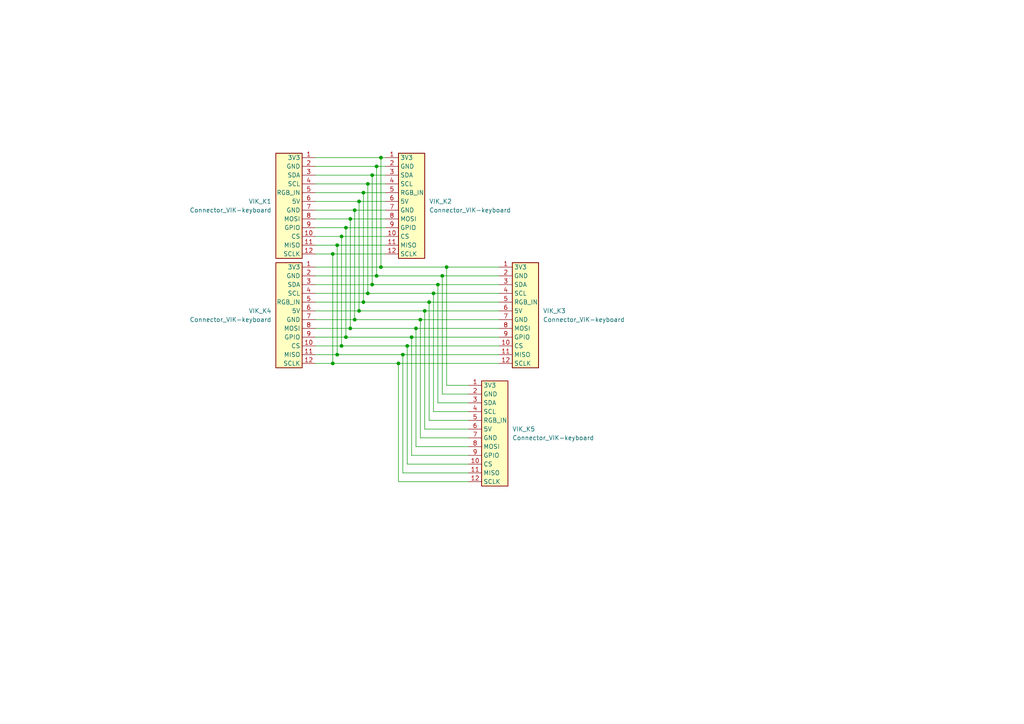
<source format=kicad_sch>
(kicad_sch (version 20230121) (generator eeschema)
  (paper "A4")
  (lib_symbols
    (symbol "zzkeeb:Connector_VIK-keyboard"
      (property "Reference" "VIK_K" (at -1.27 -19.05 0))
      (property "Value" "Connector_VIK-keyboard" (at -1.27 -16.51 0))
      (symbol "Connector_VIK-keyboard_1_1"
        (rectangle (start 0 16.51) (end 7.62 -13.97) (stroke (width 0.254)) (fill (type background)))
        (pin power_in line (at -3.81 15.24 0) (length 3.81) (name "3V3") (number "1"))
        (pin input line (at -3.81 -7.62 0) (length 3.81) (name "CS") (number "10"))
        (pin output line (at -3.81 -10.16 0) (length 3.81) (name "MISO") (number "11"))
        (pin input line (at -3.81 -12.7 0) (length 3.81) (name "SCLK") (number "12"))
        (pin power_in line (at -3.81 12.7 0) (length 3.81) (name "GND") (number "2"))
        (pin bidirectional line (at -3.81 10.16 0) (length 3.81) (name "SDA") (number "3"))
        (pin bidirectional line (at -3.81 7.62 0) (length 3.81) (name "SCL") (number "4"))
        (pin input line (at -3.81 5.08 0) (length 3.81) (name "RGB_IN") (number "5"))
        (pin power_in line (at -3.81 2.54 0) (length 3.81) (name "5V") (number "6"))
        (pin power_in line (at -3.81 0 0) (length 3.81) (name "GND") (number "7"))
        (pin input line (at -3.81 -2.54 0) (length 3.81) (name "MOSI") (number "8"))
        (pin bidirectional line (at -3.81 -5.08 0) (length 3.81) (name "GPIO") (number "9"))
      )
    )
  )
  (junction (at 99.06 100.33))
  (junction (at 100.33 97.79))
  (junction (at 106.68 85.09))
  (junction (at 99.06 68.58))
  (junction (at 109.22 48.26))
  (junction (at 102.87 92.71))
  (junction (at 127 82.55))
  (junction (at 118.11 100.33))
  (junction (at 102.87 60.96))
  (junction (at 116.84 102.87))
  (junction (at 115.57 105.41))
  (junction (at 96.52 73.66))
  (junction (at 128.27 80.01))
  (junction (at 97.79 71.12))
  (junction (at 121.92 92.71))
  (junction (at 104.14 90.17))
  (junction (at 106.68 53.34))
  (junction (at 110.49 77.47))
  (junction (at 107.95 50.8))
  (junction (at 120.65 95.25))
  (junction (at 105.41 55.88))
  (junction (at 101.6 95.25))
  (junction (at 100.33 66.04))
  (junction (at 107.95 82.55))
  (junction (at 110.49 45.72))
  (junction (at 123.19 90.17))
  (junction (at 97.79 102.87))
  (junction (at 129.54 77.47))
  (junction (at 105.41 87.63))
  (junction (at 109.22 80.01))
  (junction (at 96.52 105.41))
  (junction (at 101.6 63.5))
  (junction (at 124.46 87.63))
  (junction (at 119.38 97.79))
  (junction (at 125.73 85.09))
  (junction (at 104.14 58.42))
  (wire (pts (xy 135.89 127) (xy 121.92 127)))
  (wire (pts (xy 116.84 137.16) (xy 116.84 102.87)))
  (wire (pts (xy 120.65 95.25) (xy 120.65 129.54)))
  (wire (pts (xy 97.79 102.87) (xy 97.79 71.12)))
  (wire (pts (xy 111.76 73.66) (xy 96.52 73.66)))
  (wire (pts (xy 124.46 121.92) (xy 124.46 87.63)))
  (wire (pts (xy 91.44 87.63) (xy 105.41 87.63)))
  (wire (pts (xy 106.68 53.34) (xy 91.44 53.34)))
  (wire (pts (xy 91.44 97.79) (xy 100.33 97.79)))
  (wire (pts (xy 135.89 139.7) (xy 115.57 139.7)))
  (wire (pts (xy 102.87 60.96) (xy 91.44 60.96)))
  (wire (pts (xy 104.14 58.42) (xy 91.44 58.42)))
  (wire (pts (xy 91.44 95.25) (xy 101.6 95.25)))
  (wire (pts (xy 121.92 92.71) (xy 144.78 92.71)))
  (wire (pts (xy 118.11 100.33) (xy 99.06 100.33)))
  (wire (pts (xy 128.27 80.01) (xy 144.78 80.01)))
  (wire (pts (xy 115.57 105.41) (xy 144.78 105.41)))
  (wire (pts (xy 91.44 100.33) (xy 99.06 100.33)))
  (wire (pts (xy 102.87 92.71) (xy 102.87 60.96)))
  (wire (pts (xy 111.76 55.88) (xy 105.41 55.88)))
  (wire (pts (xy 91.44 85.09) (xy 106.68 85.09)))
  (wire (pts (xy 96.52 105.41) (xy 96.52 73.66)))
  (wire (pts (xy 125.73 85.09) (xy 144.78 85.09)))
  (wire (pts (xy 144.78 87.63) (xy 124.46 87.63)))
  (wire (pts (xy 135.89 137.16) (xy 116.84 137.16)))
  (wire (pts (xy 127 82.55) (xy 144.78 82.55)))
  (wire (pts (xy 135.89 111.76) (xy 129.54 111.76)))
  (wire (pts (xy 110.49 77.47) (xy 129.54 77.47)))
  (wire (pts (xy 101.6 63.5) (xy 91.44 63.5)))
  (wire (pts (xy 109.22 80.01) (xy 128.27 80.01)))
  (wire (pts (xy 107.95 82.55) (xy 127 82.55)))
  (wire (pts (xy 129.54 111.76) (xy 129.54 77.47)))
  (wire (pts (xy 119.38 132.08) (xy 119.38 97.79)))
  (wire (pts (xy 100.33 97.79) (xy 100.33 66.04)))
  (wire (pts (xy 111.76 50.8) (xy 107.95 50.8)))
  (wire (pts (xy 118.11 134.62) (xy 118.11 100.33)))
  (wire (pts (xy 99.06 68.58) (xy 91.44 68.58)))
  (wire (pts (xy 135.89 119.38) (xy 125.73 119.38)))
  (wire (pts (xy 91.44 80.01) (xy 109.22 80.01)))
  (wire (pts (xy 91.44 105.41) (xy 96.52 105.41)))
  (wire (pts (xy 135.89 114.3) (xy 128.27 114.3)))
  (wire (pts (xy 135.89 134.62) (xy 118.11 134.62)))
  (wire (pts (xy 120.65 95.25) (xy 101.6 95.25)))
  (wire (pts (xy 91.44 102.87) (xy 97.79 102.87)))
  (wire (pts (xy 135.89 116.84) (xy 127 116.84)))
  (wire (pts (xy 111.76 63.5) (xy 101.6 63.5)))
  (wire (pts (xy 123.19 124.46) (xy 123.19 90.17)))
  (wire (pts (xy 96.52 73.66) (xy 91.44 73.66)))
  (wire (pts (xy 101.6 95.25) (xy 101.6 63.5)))
  (wire (pts (xy 135.89 132.08) (xy 119.38 132.08)))
  (wire (pts (xy 105.41 87.63) (xy 124.46 87.63)))
  (wire (pts (xy 91.44 82.55) (xy 107.95 82.55)))
  (wire (pts (xy 135.89 124.46) (xy 123.19 124.46)))
  (wire (pts (xy 91.44 77.47) (xy 110.49 77.47)))
  (wire (pts (xy 116.84 102.87) (xy 144.78 102.87)))
  (wire (pts (xy 102.87 92.71) (xy 121.92 92.71)))
  (wire (pts (xy 127 116.84) (xy 127 82.55)))
  (wire (pts (xy 118.11 100.33) (xy 144.78 100.33)))
  (wire (pts (xy 144.78 95.25) (xy 120.65 95.25)))
  (wire (pts (xy 105.41 87.63) (xy 105.41 55.88)))
  (wire (pts (xy 121.92 127) (xy 121.92 92.71)))
  (wire (pts (xy 99.06 100.33) (xy 99.06 68.58)))
  (wire (pts (xy 116.84 102.87) (xy 97.79 102.87)))
  (wire (pts (xy 106.68 85.09) (xy 106.68 53.34)))
  (wire (pts (xy 111.76 48.26) (xy 109.22 48.26)))
  (wire (pts (xy 91.44 45.72) (xy 110.49 45.72)))
  (wire (pts (xy 105.41 55.88) (xy 91.44 55.88)))
  (wire (pts (xy 119.38 97.79) (xy 100.33 97.79)))
  (wire (pts (xy 111.76 58.42) (xy 104.14 58.42)))
  (wire (pts (xy 129.54 77.47) (xy 144.78 77.47)))
  (wire (pts (xy 115.57 105.41) (xy 96.52 105.41)))
  (wire (pts (xy 91.44 92.71) (xy 102.87 92.71)))
  (wire (pts (xy 109.22 80.01) (xy 109.22 48.26)))
  (wire (pts (xy 125.73 119.38) (xy 125.73 85.09)))
  (wire (pts (xy 104.14 90.17) (xy 123.19 90.17)))
  (wire (pts (xy 111.76 66.04) (xy 100.33 66.04)))
  (wire (pts (xy 119.38 97.79) (xy 144.78 97.79)))
  (wire (pts (xy 111.76 71.12) (xy 97.79 71.12)))
  (wire (pts (xy 107.95 50.8) (xy 91.44 50.8)))
  (wire (pts (xy 128.27 114.3) (xy 128.27 80.01)))
  (wire (pts (xy 135.89 129.54) (xy 120.65 129.54)))
  (wire (pts (xy 106.68 85.09) (xy 125.73 85.09)))
  (wire (pts (xy 135.89 121.92) (xy 124.46 121.92)))
  (wire (pts (xy 111.76 68.58) (xy 99.06 68.58)))
  (wire (pts (xy 110.49 45.72) (xy 111.76 45.72)))
  (wire (pts (xy 111.76 60.96) (xy 102.87 60.96)))
  (wire (pts (xy 144.78 90.17) (xy 123.19 90.17)))
  (wire (pts (xy 104.14 90.17) (xy 104.14 58.42)))
  (wire (pts (xy 100.33 66.04) (xy 91.44 66.04)))
  (wire (pts (xy 109.22 48.26) (xy 91.44 48.26)))
  (wire (pts (xy 111.76 53.34) (xy 106.68 53.34)))
  (wire (pts (xy 107.95 82.55) (xy 107.95 50.8)))
  (wire (pts (xy 91.44 90.17) (xy 104.14 90.17)))
  (wire (pts (xy 110.49 77.47) (xy 110.49 45.72)))
  (wire (pts (xy 97.79 71.12) (xy 91.44 71.12)))
  (wire (pts (xy 115.57 139.7) (xy 115.57 105.41)))
  (symbol (lib_id "zzkeeb:Connector_VIK-keyboard") (at 87.63 92.71 0) (mirror y) (unit 1)
    (property "Reference" "VIK_K4" (at 78.74 90.17 0) (effects (justify left)))
    (property "Value" "Connector_VIK-keyboard" (at 78.74 92.71 0) (effects (justify left)))
    (property "Footprint" "zzkeeb:Connector_VIK-horizontal-keyboard" (effects hide))
  )
  (symbol (lib_id "zzkeeb:Connector_VIK-keyboard") (at 139.7 127 0) (unit 1)
    (property "Reference" "VIK_K5" (at 148.59 124.46 0) (effects (justify left)))
    (property "Value" "Connector_VIK-keyboard" (at 148.59 127 0) (effects (justify left)))
    (property "Footprint" "zzkeeb:Connector_VIK-horizontal-keyboard" (effects hide))
  )
  (symbol (lib_id "zzkeeb:Connector_VIK-keyboard") (at 87.63 60.96 0) (mirror y) (unit 1)
    (property "Reference" "VIK_K1" (at 78.74 58.42 0) (effects (justify left)))
    (property "Value" "Connector_VIK-keyboard" (at 78.74 60.96 0) (effects (justify left)))
    (property "Footprint" "zzkeeb:Connector_VIK-magnetic-keyboard" (effects hide))
  )
  (symbol (lib_id "zzkeeb:Connector_VIK-keyboard") (at 115.57 60.96 0) (unit 1)
    (property "Reference" "VIK_K2" (at 124.46 58.42 0) (effects (justify left)))
    (property "Value" "Connector_VIK-keyboard" (at 124.46 60.96 0) (effects (justify left)))
    (property "Footprint" "zzkeeb:Connector_VIK-vertical-keyboard" (effects hide))
  )
  (symbol (lib_id "zzkeeb:Connector_VIK-keyboard") (at 148.59 92.71 0) (unit 1)
    (property "Reference" "VIK_K3" (at 157.48 90.17 0) (effects (justify left)))
    (property "Value" "Connector_VIK-keyboard" (at 157.48 92.71 0) (effects (justify left)))
    (property "Footprint" "zzkeeb:Connector_VIK-vertical-keyboard" (effects hide))
  )
)
</source>
